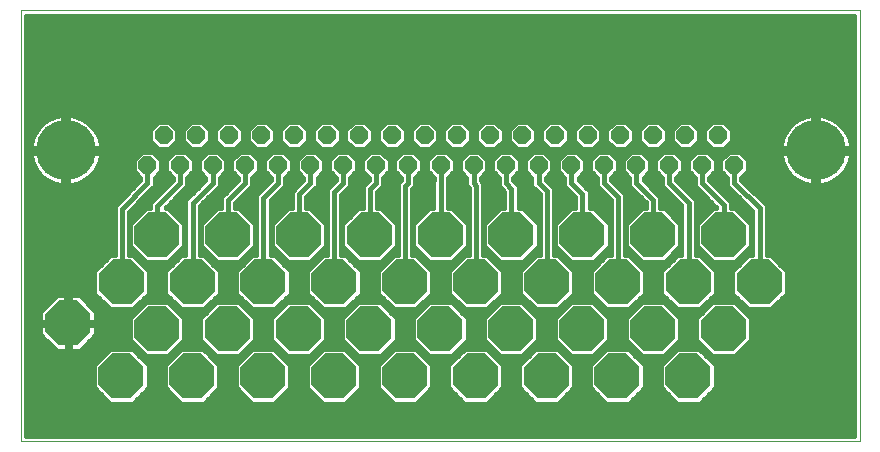
<source format=gtl>
G75*
%MOIN*%
%OFA0B0*%
%FSLAX25Y25*%
%IPPOS*%
%LPD*%
%AMOC8*
5,1,8,0,0,1.08239X$1,22.5*
%
%ADD10C,0.00000*%
%ADD11OC8,0.06000*%
%ADD12C,0.20000*%
%ADD13OC8,0.15000*%
%ADD14C,0.01600*%
D10*
X0154327Y0005193D02*
X0154327Y0148894D01*
X0433855Y0148894D01*
X0433855Y0005193D01*
X0154327Y0005193D01*
D11*
X0196488Y0097161D03*
X0207388Y0097161D03*
X0218188Y0097161D03*
X0229088Y0097161D03*
X0239988Y0097161D03*
X0250788Y0097161D03*
X0261688Y0097161D03*
X0272588Y0097161D03*
X0283388Y0097161D03*
X0294288Y0097161D03*
X0305188Y0097161D03*
X0315988Y0097161D03*
X0326888Y0097161D03*
X0337788Y0097161D03*
X0348688Y0097161D03*
X0359488Y0097161D03*
X0370388Y0097161D03*
X0381288Y0097161D03*
X0392088Y0097161D03*
X0386688Y0107161D03*
X0375788Y0107161D03*
X0364988Y0107161D03*
X0354088Y0107161D03*
X0343188Y0107161D03*
X0332388Y0107161D03*
X0321488Y0107161D03*
X0310588Y0107161D03*
X0299688Y0107161D03*
X0288888Y0107161D03*
X0277988Y0107161D03*
X0267088Y0107161D03*
X0256288Y0107161D03*
X0245388Y0107161D03*
X0234488Y0107161D03*
X0223688Y0107161D03*
X0212788Y0107161D03*
X0201888Y0107161D03*
D12*
X0169288Y0102161D03*
X0419288Y0102161D03*
D13*
X0388698Y0073933D03*
X0365075Y0073933D03*
X0341453Y0073933D03*
X0317831Y0073933D03*
X0294209Y0073933D03*
X0270587Y0073933D03*
X0246965Y0073933D03*
X0223343Y0073933D03*
X0199721Y0073933D03*
X0187910Y0058185D03*
X0211532Y0058185D03*
X0235154Y0058185D03*
X0258776Y0058185D03*
X0282398Y0058185D03*
X0306020Y0058185D03*
X0329642Y0058185D03*
X0353264Y0058185D03*
X0376886Y0058185D03*
X0400509Y0058185D03*
X0388579Y0042594D03*
X0364957Y0042594D03*
X0341335Y0042594D03*
X0317713Y0042594D03*
X0294091Y0042594D03*
X0270469Y0042594D03*
X0246847Y0042594D03*
X0223225Y0042594D03*
X0199603Y0042594D03*
X0170075Y0044563D03*
X0187792Y0026846D03*
X0211414Y0026846D03*
X0235036Y0026846D03*
X0258658Y0026846D03*
X0282280Y0026846D03*
X0305902Y0026846D03*
X0329524Y0026846D03*
X0353146Y0026846D03*
X0376768Y0026846D03*
D14*
X0367681Y0027310D02*
X0362234Y0027310D01*
X0362234Y0028908D02*
X0367681Y0028908D01*
X0367681Y0030507D02*
X0362234Y0030507D01*
X0362234Y0030611D02*
X0356910Y0035934D01*
X0349382Y0035934D01*
X0344059Y0030611D01*
X0344059Y0023082D01*
X0349382Y0017759D01*
X0356910Y0017759D01*
X0362234Y0023082D01*
X0362234Y0030611D01*
X0360739Y0032105D02*
X0369176Y0032105D01*
X0368721Y0033507D02*
X0374045Y0038830D01*
X0374045Y0046359D01*
X0368721Y0051682D01*
X0361193Y0051682D01*
X0355870Y0046359D01*
X0355870Y0038830D01*
X0361193Y0033507D01*
X0368721Y0033507D01*
X0368918Y0033704D02*
X0370774Y0033704D01*
X0370517Y0035302D02*
X0372373Y0035302D01*
X0373004Y0035934D02*
X0367681Y0030611D01*
X0367681Y0023082D01*
X0373004Y0017759D01*
X0380532Y0017759D01*
X0385856Y0023082D01*
X0385856Y0030611D01*
X0380532Y0035934D01*
X0373004Y0035934D01*
X0372115Y0036901D02*
X0381421Y0036901D01*
X0381164Y0035302D02*
X0383020Y0035302D01*
X0382762Y0033704D02*
X0384618Y0033704D01*
X0384815Y0033507D02*
X0392344Y0033507D01*
X0397667Y0038830D01*
X0397667Y0046359D01*
X0392344Y0051682D01*
X0384815Y0051682D01*
X0379492Y0046359D01*
X0379492Y0038830D01*
X0384815Y0033507D01*
X0384361Y0032105D02*
X0432055Y0032105D01*
X0432055Y0030507D02*
X0385856Y0030507D01*
X0385856Y0028908D02*
X0432055Y0028908D01*
X0432055Y0027310D02*
X0385856Y0027310D01*
X0385856Y0025711D02*
X0432055Y0025711D01*
X0432055Y0024113D02*
X0385856Y0024113D01*
X0385288Y0022514D02*
X0432055Y0022514D01*
X0432055Y0020916D02*
X0383689Y0020916D01*
X0382091Y0019317D02*
X0432055Y0019317D01*
X0432055Y0017719D02*
X0156127Y0017719D01*
X0156127Y0019317D02*
X0182470Y0019317D01*
X0184028Y0017759D02*
X0191556Y0017759D01*
X0196879Y0023082D01*
X0196879Y0030611D01*
X0191556Y0035934D01*
X0184028Y0035934D01*
X0178705Y0030611D01*
X0178705Y0023082D01*
X0184028Y0017759D01*
X0180871Y0020916D02*
X0156127Y0020916D01*
X0156127Y0022514D02*
X0179273Y0022514D01*
X0178705Y0024113D02*
X0156127Y0024113D01*
X0156127Y0025711D02*
X0178705Y0025711D01*
X0178705Y0027310D02*
X0156127Y0027310D01*
X0156127Y0028908D02*
X0178705Y0028908D01*
X0178705Y0030507D02*
X0156127Y0030507D01*
X0156127Y0032105D02*
X0180199Y0032105D01*
X0181798Y0033704D02*
X0156127Y0033704D01*
X0156127Y0035302D02*
X0166184Y0035302D01*
X0166223Y0035263D02*
X0169575Y0035263D01*
X0169575Y0044063D01*
X0160775Y0044063D01*
X0160775Y0040711D01*
X0166223Y0035263D01*
X0164585Y0036901D02*
X0156127Y0036901D01*
X0156127Y0038499D02*
X0162987Y0038499D01*
X0161388Y0040098D02*
X0156127Y0040098D01*
X0156127Y0041696D02*
X0160775Y0041696D01*
X0160775Y0043295D02*
X0156127Y0043295D01*
X0156127Y0044893D02*
X0169575Y0044893D01*
X0169575Y0045063D02*
X0169575Y0044063D01*
X0170575Y0044063D01*
X0170575Y0035263D01*
X0173928Y0035263D01*
X0179375Y0040711D01*
X0179375Y0044063D01*
X0170576Y0044063D01*
X0170576Y0045063D01*
X0179375Y0045063D01*
X0179375Y0048415D01*
X0173928Y0053863D01*
X0170575Y0053863D01*
X0170575Y0045063D01*
X0169575Y0045063D01*
X0160775Y0045063D01*
X0160775Y0048415D01*
X0166223Y0053863D01*
X0169575Y0053863D01*
X0169575Y0045063D01*
X0169288Y0045350D02*
X0170075Y0044563D01*
X0170576Y0044893D02*
X0190516Y0044893D01*
X0190516Y0046359D02*
X0190516Y0038830D01*
X0195839Y0033507D01*
X0203367Y0033507D01*
X0208690Y0038830D01*
X0208690Y0046359D01*
X0203367Y0051682D01*
X0195839Y0051682D01*
X0190516Y0046359D01*
X0190649Y0046492D02*
X0179375Y0046492D01*
X0179375Y0048090D02*
X0192247Y0048090D01*
X0191674Y0049098D02*
X0196997Y0054421D01*
X0196997Y0061949D01*
X0191674Y0067272D01*
X0190297Y0067272D01*
X0190297Y0081689D01*
X0197477Y0088869D01*
X0198875Y0090267D01*
X0198875Y0093061D01*
X0201075Y0095261D01*
X0201075Y0099062D01*
X0198388Y0101749D01*
X0194588Y0101749D01*
X0191901Y0099062D01*
X0191901Y0095261D01*
X0194101Y0093061D01*
X0194101Y0092245D01*
X0185523Y0083667D01*
X0185523Y0067272D01*
X0184146Y0067272D01*
X0178823Y0061949D01*
X0178823Y0054421D01*
X0184146Y0049098D01*
X0191674Y0049098D01*
X0192266Y0049689D02*
X0193846Y0049689D01*
X0193864Y0051287D02*
X0195445Y0051287D01*
X0195463Y0052886D02*
X0203980Y0052886D01*
X0203762Y0051287D02*
X0205578Y0051287D01*
X0205360Y0049689D02*
X0207177Y0049689D01*
X0207768Y0049098D02*
X0215296Y0049098D01*
X0220620Y0054421D01*
X0220620Y0061949D01*
X0215296Y0067272D01*
X0213920Y0067272D01*
X0213920Y0083611D01*
X0219177Y0088869D01*
X0220575Y0090267D01*
X0220575Y0093061D01*
X0222775Y0095261D01*
X0222775Y0099062D01*
X0220088Y0101749D01*
X0216288Y0101749D01*
X0213601Y0099062D01*
X0213601Y0095261D01*
X0215801Y0093061D01*
X0215801Y0092245D01*
X0209145Y0085589D01*
X0209145Y0067272D01*
X0207768Y0067272D01*
X0202445Y0061949D01*
X0202445Y0054421D01*
X0207768Y0049098D01*
X0206959Y0048090D02*
X0215870Y0048090D01*
X0215888Y0049689D02*
X0217468Y0049689D01*
X0217486Y0051287D02*
X0219067Y0051287D01*
X0219461Y0051682D02*
X0214138Y0046359D01*
X0214138Y0038830D01*
X0219461Y0033507D01*
X0226989Y0033507D01*
X0232312Y0038830D01*
X0232312Y0046359D01*
X0226989Y0051682D01*
X0219461Y0051682D01*
X0219085Y0052886D02*
X0227602Y0052886D01*
X0227384Y0051287D02*
X0229200Y0051287D01*
X0228982Y0049689D02*
X0230799Y0049689D01*
X0231390Y0049098D02*
X0238918Y0049098D01*
X0244242Y0054421D01*
X0244242Y0061949D01*
X0238918Y0067272D01*
X0237542Y0067272D01*
X0237542Y0085433D01*
X0240977Y0088869D01*
X0242375Y0090267D01*
X0242375Y0093061D01*
X0244575Y0095261D01*
X0244575Y0099062D01*
X0241888Y0101749D01*
X0238088Y0101749D01*
X0235401Y0099062D01*
X0235401Y0095261D01*
X0237601Y0093061D01*
X0237601Y0092245D01*
X0232767Y0087411D01*
X0232767Y0067272D01*
X0231390Y0067272D01*
X0226067Y0061949D01*
X0226067Y0054421D01*
X0231390Y0049098D01*
X0230581Y0048090D02*
X0239492Y0048090D01*
X0239510Y0049689D02*
X0241090Y0049689D01*
X0241108Y0051287D02*
X0242689Y0051287D01*
X0243083Y0051682D02*
X0237760Y0046359D01*
X0237760Y0038830D01*
X0243083Y0033507D01*
X0250611Y0033507D01*
X0255934Y0038830D01*
X0255934Y0046359D01*
X0250611Y0051682D01*
X0243083Y0051682D01*
X0242707Y0052886D02*
X0251224Y0052886D01*
X0251006Y0051287D02*
X0252822Y0051287D01*
X0252604Y0049689D02*
X0254421Y0049689D01*
X0255012Y0049098D02*
X0262540Y0049098D01*
X0267864Y0054421D01*
X0267864Y0061949D01*
X0262540Y0067272D01*
X0261164Y0067272D01*
X0261164Y0087355D01*
X0262677Y0088869D01*
X0264075Y0090267D01*
X0264075Y0093061D01*
X0266275Y0095261D01*
X0266275Y0099062D01*
X0263588Y0101749D01*
X0259788Y0101749D01*
X0257101Y0099062D01*
X0257101Y0095261D01*
X0259301Y0093061D01*
X0259301Y0092245D01*
X0256389Y0089333D01*
X0256389Y0067272D01*
X0255012Y0067272D01*
X0249689Y0061949D01*
X0249689Y0054421D01*
X0255012Y0049098D01*
X0254203Y0048090D02*
X0263114Y0048090D01*
X0263132Y0049689D02*
X0264712Y0049689D01*
X0264730Y0051287D02*
X0266311Y0051287D01*
X0266705Y0051682D02*
X0261382Y0046359D01*
X0261382Y0038830D01*
X0266705Y0033507D01*
X0274233Y0033507D01*
X0279557Y0038830D01*
X0279557Y0046359D01*
X0274233Y0051682D01*
X0266705Y0051682D01*
X0266329Y0052886D02*
X0274846Y0052886D01*
X0274628Y0051287D02*
X0276444Y0051287D01*
X0276226Y0049689D02*
X0278043Y0049689D01*
X0278634Y0049098D02*
X0286162Y0049098D01*
X0291486Y0054421D01*
X0291486Y0061949D01*
X0286162Y0067272D01*
X0284786Y0067272D01*
X0284786Y0089277D01*
X0285775Y0090267D01*
X0285775Y0093061D01*
X0287975Y0095261D01*
X0287975Y0099062D01*
X0285288Y0101749D01*
X0281488Y0101749D01*
X0278801Y0099062D01*
X0278801Y0095261D01*
X0281001Y0093061D01*
X0281001Y0092245D01*
X0280011Y0091255D01*
X0280011Y0067272D01*
X0278634Y0067272D01*
X0273311Y0061949D01*
X0273311Y0054421D01*
X0278634Y0049098D01*
X0277825Y0048090D02*
X0286736Y0048090D01*
X0286754Y0049689D02*
X0288334Y0049689D01*
X0288352Y0051287D02*
X0289933Y0051287D01*
X0290327Y0051682D02*
X0285004Y0046359D01*
X0285004Y0038830D01*
X0290327Y0033507D01*
X0297855Y0033507D01*
X0303179Y0038830D01*
X0303179Y0046359D01*
X0297855Y0051682D01*
X0290327Y0051682D01*
X0289951Y0052886D02*
X0298468Y0052886D01*
X0298250Y0051287D02*
X0300066Y0051287D01*
X0299848Y0049689D02*
X0301665Y0049689D01*
X0302256Y0049098D02*
X0309784Y0049098D01*
X0315108Y0054421D01*
X0315108Y0061949D01*
X0309784Y0067272D01*
X0308408Y0067272D01*
X0308408Y0091413D01*
X0307575Y0092245D01*
X0307575Y0093061D01*
X0309775Y0095261D01*
X0309775Y0099062D01*
X0307088Y0101749D01*
X0303288Y0101749D01*
X0300601Y0099062D01*
X0300601Y0095261D01*
X0302801Y0093061D01*
X0302801Y0090267D01*
X0303633Y0089435D01*
X0303633Y0067272D01*
X0302256Y0067272D01*
X0296933Y0061949D01*
X0296933Y0054421D01*
X0302256Y0049098D01*
X0301447Y0048090D02*
X0310358Y0048090D01*
X0310376Y0049689D02*
X0311956Y0049689D01*
X0311974Y0051287D02*
X0313555Y0051287D01*
X0313949Y0051682D02*
X0308626Y0046359D01*
X0308626Y0038830D01*
X0313949Y0033507D01*
X0321477Y0033507D01*
X0326801Y0038830D01*
X0326801Y0046359D01*
X0321477Y0051682D01*
X0313949Y0051682D01*
X0313573Y0052886D02*
X0322090Y0052886D01*
X0321872Y0051287D02*
X0323688Y0051287D01*
X0323470Y0049689D02*
X0325287Y0049689D01*
X0325878Y0049098D02*
X0333406Y0049098D01*
X0338730Y0054421D01*
X0338730Y0061949D01*
X0333406Y0067272D01*
X0332030Y0067272D01*
X0332030Y0089490D01*
X0329275Y0092245D01*
X0329275Y0093061D01*
X0331475Y0095261D01*
X0331475Y0099062D01*
X0328788Y0101749D01*
X0324988Y0101749D01*
X0322301Y0099062D01*
X0322301Y0095261D01*
X0324501Y0093061D01*
X0324501Y0090267D01*
X0325899Y0088869D01*
X0327255Y0087513D01*
X0327255Y0067272D01*
X0325878Y0067272D01*
X0320555Y0061949D01*
X0320555Y0054421D01*
X0325878Y0049098D01*
X0325069Y0048090D02*
X0333980Y0048090D01*
X0333998Y0049689D02*
X0335578Y0049689D01*
X0335596Y0051287D02*
X0337177Y0051287D01*
X0337571Y0051682D02*
X0332248Y0046359D01*
X0332248Y0038830D01*
X0337571Y0033507D01*
X0345099Y0033507D01*
X0350423Y0038830D01*
X0350423Y0046359D01*
X0345099Y0051682D01*
X0337571Y0051682D01*
X0337195Y0052886D02*
X0345712Y0052886D01*
X0345494Y0051287D02*
X0347310Y0051287D01*
X0347092Y0049689D02*
X0348909Y0049689D01*
X0349500Y0049098D02*
X0357029Y0049098D01*
X0362352Y0054421D01*
X0362352Y0061949D01*
X0357029Y0067272D01*
X0355652Y0067272D01*
X0355652Y0087668D01*
X0351075Y0092245D01*
X0351075Y0093061D01*
X0353275Y0095261D01*
X0353275Y0099062D01*
X0350588Y0101749D01*
X0346788Y0101749D01*
X0344101Y0099062D01*
X0344101Y0095261D01*
X0346301Y0093061D01*
X0346301Y0090267D01*
X0347699Y0088869D01*
X0350877Y0085691D01*
X0350877Y0067272D01*
X0349500Y0067272D01*
X0344177Y0061949D01*
X0344177Y0054421D01*
X0349500Y0049098D01*
X0348691Y0048090D02*
X0357602Y0048090D01*
X0357620Y0049689D02*
X0359200Y0049689D01*
X0359218Y0051287D02*
X0360799Y0051287D01*
X0360817Y0052886D02*
X0369334Y0052886D01*
X0369116Y0051287D02*
X0370932Y0051287D01*
X0370714Y0049689D02*
X0372531Y0049689D01*
X0373122Y0049098D02*
X0380651Y0049098D01*
X0385974Y0054421D01*
X0385974Y0061949D01*
X0380651Y0067272D01*
X0379274Y0067272D01*
X0379274Y0085746D01*
X0372775Y0092245D01*
X0372775Y0093061D01*
X0374975Y0095261D01*
X0374975Y0099062D01*
X0372288Y0101749D01*
X0368488Y0101749D01*
X0365801Y0099062D01*
X0365801Y0095261D01*
X0368001Y0093061D01*
X0368001Y0090267D01*
X0369399Y0088869D01*
X0374499Y0083769D01*
X0374499Y0067272D01*
X0373122Y0067272D01*
X0367799Y0061949D01*
X0367799Y0054421D01*
X0373122Y0049098D01*
X0372313Y0048090D02*
X0381224Y0048090D01*
X0381242Y0049689D02*
X0382822Y0049689D01*
X0382840Y0051287D02*
X0384421Y0051287D01*
X0384439Y0052886D02*
X0392956Y0052886D01*
X0392738Y0051287D02*
X0394555Y0051287D01*
X0394336Y0049689D02*
X0396153Y0049689D01*
X0396744Y0049098D02*
X0404273Y0049098D01*
X0409596Y0054421D01*
X0409596Y0061949D01*
X0404273Y0067272D01*
X0402896Y0067272D01*
X0402896Y0083824D01*
X0394475Y0092245D01*
X0394475Y0093061D01*
X0396675Y0095261D01*
X0396675Y0099062D01*
X0393988Y0101749D01*
X0390188Y0101749D01*
X0387501Y0099062D01*
X0387501Y0095261D01*
X0389701Y0093061D01*
X0389701Y0090267D01*
X0391099Y0088869D01*
X0398121Y0081847D01*
X0398121Y0067272D01*
X0396744Y0067272D01*
X0391421Y0061949D01*
X0391421Y0054421D01*
X0396744Y0049098D01*
X0395935Y0048090D02*
X0432055Y0048090D01*
X0432055Y0046492D02*
X0397533Y0046492D01*
X0397667Y0044893D02*
X0432055Y0044893D01*
X0432055Y0043295D02*
X0397667Y0043295D01*
X0397667Y0041696D02*
X0432055Y0041696D01*
X0432055Y0040098D02*
X0397667Y0040098D01*
X0397336Y0038499D02*
X0432055Y0038499D01*
X0432055Y0036901D02*
X0395737Y0036901D01*
X0394139Y0035302D02*
X0432055Y0035302D01*
X0432055Y0033704D02*
X0392540Y0033704D01*
X0379823Y0038499D02*
X0373714Y0038499D01*
X0374045Y0040098D02*
X0379492Y0040098D01*
X0379492Y0041696D02*
X0374045Y0041696D01*
X0374045Y0043295D02*
X0379492Y0043295D01*
X0379492Y0044893D02*
X0374045Y0044893D01*
X0373911Y0046492D02*
X0379625Y0046492D01*
X0385974Y0054485D02*
X0391421Y0054485D01*
X0391421Y0056083D02*
X0385974Y0056083D01*
X0385974Y0057682D02*
X0391421Y0057682D01*
X0391421Y0059280D02*
X0385974Y0059280D01*
X0385974Y0060879D02*
X0391421Y0060879D01*
X0391949Y0062477D02*
X0385446Y0062477D01*
X0383847Y0064076D02*
X0393548Y0064076D01*
X0392462Y0064846D02*
X0397785Y0070169D01*
X0397785Y0077697D01*
X0392462Y0083020D01*
X0391085Y0083020D01*
X0391085Y0084835D01*
X0389686Y0086234D01*
X0383675Y0092245D01*
X0383675Y0093061D01*
X0385875Y0095261D01*
X0385875Y0099062D01*
X0383188Y0101749D01*
X0379388Y0101749D01*
X0376701Y0099062D01*
X0376701Y0095261D01*
X0378901Y0093061D01*
X0378901Y0090267D01*
X0380299Y0088869D01*
X0380299Y0088869D01*
X0386147Y0083020D01*
X0384933Y0083020D01*
X0379610Y0077697D01*
X0379610Y0070169D01*
X0384933Y0064846D01*
X0392462Y0064846D01*
X0393290Y0065674D02*
X0395146Y0065674D01*
X0394889Y0067273D02*
X0398121Y0067273D01*
X0398121Y0068871D02*
X0396487Y0068871D01*
X0397785Y0070470D02*
X0398121Y0070470D01*
X0398121Y0072068D02*
X0397785Y0072068D01*
X0397785Y0073667D02*
X0398121Y0073667D01*
X0398121Y0075265D02*
X0397785Y0075265D01*
X0397785Y0076864D02*
X0398121Y0076864D01*
X0398121Y0078462D02*
X0397020Y0078462D01*
X0398121Y0080061D02*
X0395421Y0080061D01*
X0393823Y0081659D02*
X0398121Y0081659D01*
X0396710Y0083258D02*
X0391085Y0083258D01*
X0391064Y0084856D02*
X0395111Y0084856D01*
X0393513Y0086455D02*
X0389465Y0086455D01*
X0389686Y0086234D02*
X0389686Y0086234D01*
X0387867Y0088053D02*
X0391914Y0088053D01*
X0390316Y0089652D02*
X0386268Y0089652D01*
X0384670Y0091250D02*
X0389701Y0091250D01*
X0389701Y0092849D02*
X0383675Y0092849D01*
X0385061Y0094447D02*
X0388315Y0094447D01*
X0387501Y0096046D02*
X0385875Y0096046D01*
X0385875Y0097644D02*
X0387501Y0097644D01*
X0387682Y0099243D02*
X0385694Y0099243D01*
X0384096Y0100841D02*
X0389280Y0100841D01*
X0388588Y0102574D02*
X0384788Y0102574D01*
X0382101Y0105261D01*
X0382101Y0109062D01*
X0384788Y0111749D01*
X0388588Y0111749D01*
X0391275Y0109062D01*
X0391275Y0105261D01*
X0388588Y0102574D01*
X0390053Y0104038D02*
X0407625Y0104038D01*
X0407636Y0104141D02*
X0407504Y0102961D01*
X0418488Y0102961D01*
X0418488Y0101361D01*
X0420088Y0101361D01*
X0420088Y0090377D01*
X0421268Y0090510D01*
X0422560Y0090805D01*
X0423811Y0091242D01*
X0425005Y0091818D01*
X0426127Y0092523D01*
X0427163Y0093349D01*
X0428100Y0094286D01*
X0428927Y0095322D01*
X0429632Y0096445D01*
X0430207Y0097639D01*
X0430645Y0098890D01*
X0430940Y0100182D01*
X0431073Y0101361D01*
X0420088Y0101361D01*
X0420088Y0102961D01*
X0431073Y0102961D01*
X0430940Y0104141D01*
X0430645Y0105433D01*
X0430207Y0106684D01*
X0429632Y0107878D01*
X0428927Y0109000D01*
X0428100Y0110037D01*
X0427163Y0110974D01*
X0426127Y0111800D01*
X0425005Y0112505D01*
X0423811Y0113080D01*
X0422560Y0113518D01*
X0421268Y0113813D01*
X0420088Y0113946D01*
X0420088Y0102961D01*
X0418488Y0102961D01*
X0418488Y0113946D01*
X0417308Y0113813D01*
X0416016Y0113518D01*
X0414765Y0113080D01*
X0413571Y0112505D01*
X0412449Y0111800D01*
X0411413Y0110974D01*
X0410476Y0110037D01*
X0409649Y0109000D01*
X0408944Y0107878D01*
X0408369Y0106684D01*
X0407931Y0105433D01*
X0407636Y0104141D01*
X0408003Y0105637D02*
X0391275Y0105637D01*
X0391275Y0107235D02*
X0408635Y0107235D01*
X0409545Y0108834D02*
X0391275Y0108834D01*
X0389905Y0110432D02*
X0410871Y0110432D01*
X0412816Y0112031D02*
X0175760Y0112031D01*
X0176127Y0111800D02*
X0175005Y0112505D01*
X0173811Y0113080D01*
X0172560Y0113518D01*
X0171268Y0113813D01*
X0170088Y0113946D01*
X0170088Y0102961D01*
X0181073Y0102961D01*
X0180940Y0104141D01*
X0180645Y0105433D01*
X0180207Y0106684D01*
X0179632Y0107878D01*
X0178927Y0109000D01*
X0178100Y0110037D01*
X0177163Y0110974D01*
X0176127Y0111800D01*
X0177705Y0110432D02*
X0198672Y0110432D01*
X0199988Y0111749D02*
X0197301Y0109062D01*
X0197301Y0105261D01*
X0199988Y0102574D01*
X0203788Y0102574D01*
X0206475Y0105261D01*
X0206475Y0109062D01*
X0203788Y0111749D01*
X0199988Y0111749D01*
X0197301Y0108834D02*
X0179031Y0108834D01*
X0179942Y0107235D02*
X0197301Y0107235D01*
X0197301Y0105637D02*
X0180573Y0105637D01*
X0180951Y0104038D02*
X0198524Y0104038D01*
X0199296Y0100841D02*
X0204580Y0100841D01*
X0205488Y0101749D02*
X0202801Y0099062D01*
X0202801Y0095261D01*
X0205001Y0093061D01*
X0205001Y0092245D01*
X0197334Y0084578D01*
X0197334Y0083020D01*
X0195957Y0083020D01*
X0190634Y0077697D01*
X0190634Y0070169D01*
X0195957Y0064846D01*
X0203485Y0064846D01*
X0208809Y0070169D01*
X0208809Y0077697D01*
X0203485Y0083020D01*
X0202529Y0083020D01*
X0208377Y0088869D01*
X0209775Y0090267D01*
X0209775Y0093061D01*
X0211975Y0095261D01*
X0211975Y0099062D01*
X0209288Y0101749D01*
X0205488Y0101749D01*
X0205253Y0104038D02*
X0209424Y0104038D01*
X0208201Y0105261D02*
X0210888Y0102574D01*
X0214688Y0102574D01*
X0217375Y0105261D01*
X0217375Y0109062D01*
X0214688Y0111749D01*
X0210888Y0111749D01*
X0208201Y0109062D01*
X0208201Y0105261D01*
X0208201Y0105637D02*
X0206475Y0105637D01*
X0206475Y0107235D02*
X0208201Y0107235D01*
X0208201Y0108834D02*
X0206475Y0108834D01*
X0205105Y0110432D02*
X0209572Y0110432D01*
X0216005Y0110432D02*
X0220472Y0110432D01*
X0221788Y0111749D02*
X0219101Y0109062D01*
X0219101Y0105261D01*
X0221788Y0102574D01*
X0225588Y0102574D01*
X0228275Y0105261D01*
X0228275Y0109062D01*
X0225588Y0111749D01*
X0221788Y0111749D01*
X0219101Y0108834D02*
X0217375Y0108834D01*
X0217375Y0107235D02*
X0219101Y0107235D01*
X0219101Y0105637D02*
X0217375Y0105637D01*
X0216153Y0104038D02*
X0220324Y0104038D01*
X0220996Y0100841D02*
X0226280Y0100841D01*
X0227188Y0101749D02*
X0224501Y0099062D01*
X0224501Y0095261D01*
X0226701Y0093061D01*
X0226701Y0092245D01*
X0220956Y0086500D01*
X0220956Y0083020D01*
X0219579Y0083020D01*
X0214256Y0077697D01*
X0214256Y0070169D01*
X0219579Y0064846D01*
X0227107Y0064846D01*
X0232431Y0070169D01*
X0232431Y0077697D01*
X0227107Y0083020D01*
X0225731Y0083020D01*
X0225731Y0084522D01*
X0230077Y0088869D01*
X0231475Y0090267D01*
X0231475Y0093061D01*
X0233675Y0095261D01*
X0233675Y0099062D01*
X0230988Y0101749D01*
X0227188Y0101749D01*
X0227053Y0104038D02*
X0231124Y0104038D01*
X0229901Y0105261D02*
X0232588Y0102574D01*
X0236388Y0102574D01*
X0239075Y0105261D01*
X0239075Y0109062D01*
X0236388Y0111749D01*
X0232588Y0111749D01*
X0229901Y0109062D01*
X0229901Y0105261D01*
X0229901Y0105637D02*
X0228275Y0105637D01*
X0228275Y0107235D02*
X0229901Y0107235D01*
X0229901Y0108834D02*
X0228275Y0108834D01*
X0226905Y0110432D02*
X0231272Y0110432D01*
X0237705Y0110432D02*
X0242172Y0110432D01*
X0243488Y0111749D02*
X0240801Y0109062D01*
X0240801Y0105261D01*
X0243488Y0102574D01*
X0247288Y0102574D01*
X0249975Y0105261D01*
X0249975Y0109062D01*
X0247288Y0111749D01*
X0243488Y0111749D01*
X0240801Y0108834D02*
X0239075Y0108834D01*
X0239075Y0107235D02*
X0240801Y0107235D01*
X0240801Y0105637D02*
X0239075Y0105637D01*
X0237853Y0104038D02*
X0242024Y0104038D01*
X0242796Y0100841D02*
X0247980Y0100841D01*
X0248888Y0101749D02*
X0246201Y0099062D01*
X0246201Y0095261D01*
X0248401Y0093061D01*
X0248401Y0092245D01*
X0245976Y0089820D01*
X0244578Y0088422D01*
X0244578Y0083020D01*
X0243201Y0083020D01*
X0237878Y0077697D01*
X0237878Y0070169D01*
X0243201Y0064846D01*
X0250729Y0064846D01*
X0256053Y0070169D01*
X0256053Y0077697D01*
X0250729Y0083020D01*
X0249353Y0083020D01*
X0249353Y0086444D01*
X0251777Y0088869D01*
X0253175Y0090267D01*
X0253175Y0093061D01*
X0255375Y0095261D01*
X0255375Y0099062D01*
X0252688Y0101749D01*
X0248888Y0101749D01*
X0248753Y0104038D02*
X0252924Y0104038D01*
X0251701Y0105261D02*
X0254388Y0102574D01*
X0258188Y0102574D01*
X0260875Y0105261D01*
X0260875Y0109062D01*
X0258188Y0111749D01*
X0254388Y0111749D01*
X0251701Y0109062D01*
X0251701Y0105261D01*
X0251701Y0105637D02*
X0249975Y0105637D01*
X0249975Y0107235D02*
X0251701Y0107235D01*
X0251701Y0108834D02*
X0249975Y0108834D01*
X0248605Y0110432D02*
X0253072Y0110432D01*
X0259505Y0110432D02*
X0263872Y0110432D01*
X0265188Y0111749D02*
X0262501Y0109062D01*
X0262501Y0105261D01*
X0265188Y0102574D01*
X0268988Y0102574D01*
X0271675Y0105261D01*
X0271675Y0109062D01*
X0268988Y0111749D01*
X0265188Y0111749D01*
X0262501Y0108834D02*
X0260875Y0108834D01*
X0260875Y0107235D02*
X0262501Y0107235D01*
X0262501Y0105637D02*
X0260875Y0105637D01*
X0259653Y0104038D02*
X0263724Y0104038D01*
X0264496Y0100841D02*
X0269780Y0100841D01*
X0270688Y0101749D02*
X0268001Y0099062D01*
X0268001Y0095261D01*
X0270201Y0093061D01*
X0270201Y0092245D01*
X0268200Y0090244D01*
X0268200Y0083020D01*
X0266823Y0083020D01*
X0261500Y0077697D01*
X0261500Y0070169D01*
X0266823Y0064846D01*
X0274351Y0064846D01*
X0279675Y0070169D01*
X0279675Y0077697D01*
X0274351Y0083020D01*
X0272975Y0083020D01*
X0272975Y0088266D01*
X0273577Y0088869D01*
X0274975Y0090267D01*
X0274975Y0093061D01*
X0277175Y0095261D01*
X0277175Y0099062D01*
X0274488Y0101749D01*
X0270688Y0101749D01*
X0270453Y0104038D02*
X0274624Y0104038D01*
X0273401Y0105261D02*
X0276088Y0102574D01*
X0279888Y0102574D01*
X0282575Y0105261D01*
X0282575Y0109062D01*
X0279888Y0111749D01*
X0276088Y0111749D01*
X0273401Y0109062D01*
X0273401Y0105261D01*
X0273401Y0105637D02*
X0271675Y0105637D01*
X0271675Y0107235D02*
X0273401Y0107235D01*
X0273401Y0108834D02*
X0271675Y0108834D01*
X0270305Y0110432D02*
X0274772Y0110432D01*
X0281205Y0110432D02*
X0285672Y0110432D01*
X0286988Y0111749D02*
X0284301Y0109062D01*
X0284301Y0105261D01*
X0286988Y0102574D01*
X0290788Y0102574D01*
X0293475Y0105261D01*
X0293475Y0109062D01*
X0290788Y0111749D01*
X0286988Y0111749D01*
X0284301Y0108834D02*
X0282575Y0108834D01*
X0282575Y0107235D02*
X0284301Y0107235D01*
X0284301Y0105637D02*
X0282575Y0105637D01*
X0281353Y0104038D02*
X0285524Y0104038D01*
X0286196Y0100841D02*
X0291480Y0100841D01*
X0292388Y0101749D02*
X0289701Y0099062D01*
X0289701Y0095261D01*
X0291901Y0093061D01*
X0291901Y0092245D01*
X0291822Y0092166D01*
X0291822Y0083020D01*
X0290445Y0083020D01*
X0285122Y0077697D01*
X0285122Y0070169D01*
X0290445Y0064846D01*
X0297973Y0064846D01*
X0303297Y0070169D01*
X0303297Y0077697D01*
X0297973Y0083020D01*
X0296597Y0083020D01*
X0296597Y0090188D01*
X0296675Y0090267D01*
X0296675Y0093061D01*
X0298875Y0095261D01*
X0298875Y0099062D01*
X0296188Y0101749D01*
X0292388Y0101749D01*
X0292253Y0104038D02*
X0296324Y0104038D01*
X0295101Y0105261D02*
X0297788Y0102574D01*
X0301588Y0102574D01*
X0304275Y0105261D01*
X0304275Y0109062D01*
X0301588Y0111749D01*
X0297788Y0111749D01*
X0295101Y0109062D01*
X0295101Y0105261D01*
X0295101Y0105637D02*
X0293475Y0105637D01*
X0293475Y0107235D02*
X0295101Y0107235D01*
X0295101Y0108834D02*
X0293475Y0108834D01*
X0292105Y0110432D02*
X0296472Y0110432D01*
X0302905Y0110432D02*
X0307372Y0110432D01*
X0308688Y0111749D02*
X0306001Y0109062D01*
X0306001Y0105261D01*
X0308688Y0102574D01*
X0312488Y0102574D01*
X0315175Y0105261D01*
X0315175Y0109062D01*
X0312488Y0111749D01*
X0308688Y0111749D01*
X0306001Y0108834D02*
X0304275Y0108834D01*
X0304275Y0107235D02*
X0306001Y0107235D01*
X0306001Y0105637D02*
X0304275Y0105637D01*
X0303053Y0104038D02*
X0307224Y0104038D01*
X0307996Y0100841D02*
X0313180Y0100841D01*
X0314088Y0101749D02*
X0311401Y0099062D01*
X0311401Y0095261D01*
X0313601Y0093061D01*
X0313601Y0090267D01*
X0314999Y0088869D01*
X0315444Y0088424D01*
X0315444Y0083020D01*
X0314067Y0083020D01*
X0308744Y0077697D01*
X0308744Y0070169D01*
X0314067Y0064846D01*
X0321595Y0064846D01*
X0326919Y0070169D01*
X0326919Y0077697D01*
X0321595Y0083020D01*
X0320219Y0083020D01*
X0320219Y0090401D01*
X0318375Y0092245D01*
X0318375Y0093061D01*
X0320575Y0095261D01*
X0320575Y0099062D01*
X0317888Y0101749D01*
X0314088Y0101749D01*
X0313953Y0104038D02*
X0318124Y0104038D01*
X0316901Y0105261D02*
X0319588Y0102574D01*
X0323388Y0102574D01*
X0326075Y0105261D01*
X0326075Y0109062D01*
X0323388Y0111749D01*
X0319588Y0111749D01*
X0316901Y0109062D01*
X0316901Y0105261D01*
X0316901Y0105637D02*
X0315175Y0105637D01*
X0315175Y0107235D02*
X0316901Y0107235D01*
X0316901Y0108834D02*
X0315175Y0108834D01*
X0313805Y0110432D02*
X0318272Y0110432D01*
X0324705Y0110432D02*
X0329172Y0110432D01*
X0330488Y0111749D02*
X0327801Y0109062D01*
X0327801Y0105261D01*
X0330488Y0102574D01*
X0334288Y0102574D01*
X0336975Y0105261D01*
X0336975Y0109062D01*
X0334288Y0111749D01*
X0330488Y0111749D01*
X0327801Y0108834D02*
X0326075Y0108834D01*
X0326075Y0107235D02*
X0327801Y0107235D01*
X0327801Y0105637D02*
X0326075Y0105637D01*
X0324853Y0104038D02*
X0329024Y0104038D01*
X0329696Y0100841D02*
X0334980Y0100841D01*
X0335888Y0101749D02*
X0333201Y0099062D01*
X0333201Y0095261D01*
X0335401Y0093061D01*
X0335401Y0090267D01*
X0336799Y0088869D01*
X0339066Y0086602D01*
X0339066Y0083020D01*
X0337689Y0083020D01*
X0332366Y0077697D01*
X0332366Y0070169D01*
X0337689Y0064846D01*
X0345218Y0064846D01*
X0350541Y0070169D01*
X0350541Y0077697D01*
X0345218Y0083020D01*
X0343841Y0083020D01*
X0343841Y0088579D01*
X0340175Y0092245D01*
X0340175Y0093061D01*
X0342375Y0095261D01*
X0342375Y0099062D01*
X0339688Y0101749D01*
X0335888Y0101749D01*
X0335753Y0104038D02*
X0339824Y0104038D01*
X0338601Y0105261D02*
X0341288Y0102574D01*
X0345088Y0102574D01*
X0347775Y0105261D01*
X0347775Y0109062D01*
X0345088Y0111749D01*
X0341288Y0111749D01*
X0338601Y0109062D01*
X0338601Y0105261D01*
X0338601Y0105637D02*
X0336975Y0105637D01*
X0336975Y0107235D02*
X0338601Y0107235D01*
X0338601Y0108834D02*
X0336975Y0108834D01*
X0335605Y0110432D02*
X0339972Y0110432D01*
X0346405Y0110432D02*
X0350872Y0110432D01*
X0352188Y0111749D02*
X0349501Y0109062D01*
X0349501Y0105261D01*
X0352188Y0102574D01*
X0355988Y0102574D01*
X0358675Y0105261D01*
X0358675Y0109062D01*
X0355988Y0111749D01*
X0352188Y0111749D01*
X0349501Y0108834D02*
X0347775Y0108834D01*
X0347775Y0107235D02*
X0349501Y0107235D01*
X0349501Y0105637D02*
X0347775Y0105637D01*
X0346553Y0104038D02*
X0350724Y0104038D01*
X0351496Y0100841D02*
X0356680Y0100841D01*
X0357588Y0101749D02*
X0354901Y0099062D01*
X0354901Y0095261D01*
X0357101Y0093061D01*
X0357101Y0090267D01*
X0358499Y0088869D01*
X0362688Y0084680D01*
X0362688Y0083020D01*
X0361311Y0083020D01*
X0355988Y0077697D01*
X0355988Y0070169D01*
X0361311Y0064846D01*
X0368840Y0064846D01*
X0374163Y0070169D01*
X0374163Y0077697D01*
X0368840Y0083020D01*
X0367463Y0083020D01*
X0367463Y0086657D01*
X0361875Y0092245D01*
X0361875Y0093061D01*
X0364075Y0095261D01*
X0364075Y0099062D01*
X0361388Y0101749D01*
X0357588Y0101749D01*
X0357453Y0104038D02*
X0361624Y0104038D01*
X0360401Y0105261D02*
X0363088Y0102574D01*
X0366888Y0102574D01*
X0369575Y0105261D01*
X0369575Y0109062D01*
X0366888Y0111749D01*
X0363088Y0111749D01*
X0360401Y0109062D01*
X0360401Y0105261D01*
X0360401Y0105637D02*
X0358675Y0105637D01*
X0358675Y0107235D02*
X0360401Y0107235D01*
X0360401Y0108834D02*
X0358675Y0108834D01*
X0357305Y0110432D02*
X0361772Y0110432D01*
X0368205Y0110432D02*
X0372572Y0110432D01*
X0373888Y0111749D02*
X0371201Y0109062D01*
X0371201Y0105261D01*
X0373888Y0102574D01*
X0377688Y0102574D01*
X0380375Y0105261D01*
X0380375Y0109062D01*
X0377688Y0111749D01*
X0373888Y0111749D01*
X0371201Y0108834D02*
X0369575Y0108834D01*
X0369575Y0107235D02*
X0371201Y0107235D01*
X0371201Y0105637D02*
X0369575Y0105637D01*
X0368353Y0104038D02*
X0372424Y0104038D01*
X0373196Y0100841D02*
X0378480Y0100841D01*
X0376882Y0099243D02*
X0374794Y0099243D01*
X0374975Y0097644D02*
X0376701Y0097644D01*
X0376701Y0096046D02*
X0374975Y0096046D01*
X0374161Y0094447D02*
X0377515Y0094447D01*
X0378901Y0092849D02*
X0372775Y0092849D01*
X0373770Y0091250D02*
X0378901Y0091250D01*
X0379516Y0089652D02*
X0375368Y0089652D01*
X0376967Y0088053D02*
X0381114Y0088053D01*
X0382713Y0086455D02*
X0378565Y0086455D01*
X0379274Y0084856D02*
X0384311Y0084856D01*
X0385910Y0083258D02*
X0379274Y0083258D01*
X0379274Y0081659D02*
X0383572Y0081659D01*
X0381974Y0080061D02*
X0379274Y0080061D01*
X0379274Y0078462D02*
X0380375Y0078462D01*
X0379610Y0076864D02*
X0379274Y0076864D01*
X0379274Y0075265D02*
X0379610Y0075265D01*
X0379610Y0073667D02*
X0379274Y0073667D01*
X0379274Y0072068D02*
X0379610Y0072068D01*
X0379610Y0070470D02*
X0379274Y0070470D01*
X0379274Y0068871D02*
X0380908Y0068871D01*
X0382506Y0067273D02*
X0379274Y0067273D01*
X0382249Y0065674D02*
X0384105Y0065674D01*
X0374499Y0067273D02*
X0371267Y0067273D01*
X0371524Y0065674D02*
X0369668Y0065674D01*
X0369926Y0064076D02*
X0360225Y0064076D01*
X0360483Y0065674D02*
X0358627Y0065674D01*
X0358884Y0067273D02*
X0355652Y0067273D01*
X0355652Y0068871D02*
X0357286Y0068871D01*
X0355988Y0070470D02*
X0355652Y0070470D01*
X0355652Y0072068D02*
X0355988Y0072068D01*
X0355988Y0073667D02*
X0355652Y0073667D01*
X0355652Y0075265D02*
X0355988Y0075265D01*
X0355988Y0076864D02*
X0355652Y0076864D01*
X0355652Y0078462D02*
X0356753Y0078462D01*
X0355652Y0080061D02*
X0358352Y0080061D01*
X0359950Y0081659D02*
X0355652Y0081659D01*
X0355652Y0083258D02*
X0362688Y0083258D01*
X0362511Y0084856D02*
X0355652Y0084856D01*
X0355652Y0086455D02*
X0360913Y0086455D01*
X0359314Y0088053D02*
X0355267Y0088053D01*
X0353668Y0089652D02*
X0357716Y0089652D01*
X0357101Y0091250D02*
X0352070Y0091250D01*
X0351075Y0092849D02*
X0357101Y0092849D01*
X0355715Y0094447D02*
X0352461Y0094447D01*
X0353275Y0096046D02*
X0354901Y0096046D01*
X0354901Y0097644D02*
X0353275Y0097644D01*
X0353094Y0099243D02*
X0355082Y0099243D01*
X0359488Y0097161D02*
X0359488Y0091256D01*
X0365075Y0085669D01*
X0365075Y0073933D01*
X0374163Y0073667D02*
X0374499Y0073667D01*
X0374499Y0075265D02*
X0374163Y0075265D01*
X0374163Y0076864D02*
X0374499Y0076864D01*
X0374499Y0078462D02*
X0373398Y0078462D01*
X0374499Y0080061D02*
X0371799Y0080061D01*
X0370201Y0081659D02*
X0374499Y0081659D01*
X0374499Y0083258D02*
X0367463Y0083258D01*
X0367463Y0084856D02*
X0373411Y0084856D01*
X0371813Y0086455D02*
X0367463Y0086455D01*
X0366067Y0088053D02*
X0370214Y0088053D01*
X0368616Y0089652D02*
X0364468Y0089652D01*
X0362870Y0091250D02*
X0368001Y0091250D01*
X0368001Y0092849D02*
X0361875Y0092849D01*
X0363261Y0094447D02*
X0366615Y0094447D01*
X0365801Y0096046D02*
X0364075Y0096046D01*
X0364075Y0097644D02*
X0365801Y0097644D01*
X0365982Y0099243D02*
X0363894Y0099243D01*
X0362296Y0100841D02*
X0367580Y0100841D01*
X0370388Y0097161D02*
X0370388Y0091256D01*
X0376886Y0084757D01*
X0376886Y0058185D01*
X0367799Y0057682D02*
X0362352Y0057682D01*
X0362352Y0059280D02*
X0367799Y0059280D01*
X0367799Y0060879D02*
X0362352Y0060879D01*
X0361824Y0062477D02*
X0368327Y0062477D01*
X0372865Y0068871D02*
X0374499Y0068871D01*
X0374499Y0070470D02*
X0374163Y0070470D01*
X0374163Y0072068D02*
X0374499Y0072068D01*
X0388698Y0073933D02*
X0388698Y0083846D01*
X0381288Y0091256D01*
X0381288Y0097161D01*
X0392088Y0097161D02*
X0392088Y0091256D01*
X0400509Y0082835D01*
X0400509Y0058185D01*
X0409596Y0057682D02*
X0432055Y0057682D01*
X0432055Y0059280D02*
X0409596Y0059280D01*
X0409596Y0060879D02*
X0432055Y0060879D01*
X0432055Y0062477D02*
X0409068Y0062477D01*
X0407469Y0064076D02*
X0432055Y0064076D01*
X0432055Y0065674D02*
X0405871Y0065674D01*
X0402896Y0067273D02*
X0432055Y0067273D01*
X0432055Y0068871D02*
X0402896Y0068871D01*
X0402896Y0070470D02*
X0432055Y0070470D01*
X0432055Y0072068D02*
X0402896Y0072068D01*
X0402896Y0073667D02*
X0432055Y0073667D01*
X0432055Y0075265D02*
X0402896Y0075265D01*
X0402896Y0076864D02*
X0432055Y0076864D01*
X0432055Y0078462D02*
X0402896Y0078462D01*
X0402896Y0080061D02*
X0432055Y0080061D01*
X0432055Y0081659D02*
X0402896Y0081659D01*
X0402896Y0083258D02*
X0432055Y0083258D01*
X0432055Y0084856D02*
X0401864Y0084856D01*
X0400265Y0086455D02*
X0432055Y0086455D01*
X0432055Y0088053D02*
X0398667Y0088053D01*
X0397068Y0089652D02*
X0432055Y0089652D01*
X0432055Y0091250D02*
X0423827Y0091250D01*
X0426536Y0092849D02*
X0432055Y0092849D01*
X0432055Y0094447D02*
X0428229Y0094447D01*
X0429381Y0096046D02*
X0432055Y0096046D01*
X0432055Y0097644D02*
X0430209Y0097644D01*
X0430725Y0099243D02*
X0432055Y0099243D01*
X0432055Y0100841D02*
X0431014Y0100841D01*
X0432055Y0102440D02*
X0420088Y0102440D01*
X0420088Y0104038D02*
X0418488Y0104038D01*
X0418488Y0102440D02*
X0170088Y0102440D01*
X0170088Y0102961D02*
X0170088Y0101361D01*
X0170088Y0090377D01*
X0171268Y0090510D01*
X0172560Y0090805D01*
X0173811Y0091242D01*
X0175005Y0091818D01*
X0176127Y0092523D01*
X0177163Y0093349D01*
X0178100Y0094286D01*
X0178927Y0095322D01*
X0179632Y0096445D01*
X0180207Y0097639D01*
X0180645Y0098890D01*
X0180940Y0100182D01*
X0181073Y0101361D01*
X0170088Y0101361D01*
X0168488Y0101361D01*
X0168488Y0090377D01*
X0167308Y0090510D01*
X0166016Y0090805D01*
X0164765Y0091242D01*
X0163571Y0091818D01*
X0162449Y0092523D01*
X0161413Y0093349D01*
X0160476Y0094286D01*
X0159649Y0095322D01*
X0158944Y0096445D01*
X0158369Y0097639D01*
X0157931Y0098890D01*
X0157636Y0100182D01*
X0157504Y0101361D01*
X0168488Y0101361D01*
X0168488Y0102961D01*
X0157504Y0102961D01*
X0157636Y0104141D01*
X0157931Y0105433D01*
X0158369Y0106684D01*
X0158944Y0107878D01*
X0159649Y0109000D01*
X0160476Y0110037D01*
X0161413Y0110974D01*
X0162449Y0111800D01*
X0163571Y0112505D01*
X0164765Y0113080D01*
X0166016Y0113518D01*
X0167308Y0113813D01*
X0168488Y0113946D01*
X0168488Y0102961D01*
X0170088Y0102961D01*
X0170088Y0104038D02*
X0168488Y0104038D01*
X0168488Y0102440D02*
X0156127Y0102440D01*
X0156127Y0104038D02*
X0157625Y0104038D01*
X0158003Y0105637D02*
X0156127Y0105637D01*
X0156127Y0107235D02*
X0158635Y0107235D01*
X0159545Y0108834D02*
X0156127Y0108834D01*
X0156127Y0110432D02*
X0160871Y0110432D01*
X0162816Y0112031D02*
X0156127Y0112031D01*
X0156127Y0113629D02*
X0166504Y0113629D01*
X0168488Y0113629D02*
X0170088Y0113629D01*
X0170088Y0112031D02*
X0168488Y0112031D01*
X0168488Y0110432D02*
X0170088Y0110432D01*
X0170088Y0108834D02*
X0168488Y0108834D01*
X0168488Y0107235D02*
X0170088Y0107235D01*
X0170088Y0105637D02*
X0168488Y0105637D01*
X0169288Y0102161D02*
X0169288Y0045350D01*
X0169575Y0046492D02*
X0170575Y0046492D01*
X0170575Y0048090D02*
X0169575Y0048090D01*
X0169575Y0049689D02*
X0170575Y0049689D01*
X0170575Y0051287D02*
X0169575Y0051287D01*
X0169575Y0052886D02*
X0170575Y0052886D01*
X0174905Y0052886D02*
X0180358Y0052886D01*
X0178823Y0054485D02*
X0156127Y0054485D01*
X0156127Y0056083D02*
X0178823Y0056083D01*
X0178823Y0057682D02*
X0156127Y0057682D01*
X0156127Y0059280D02*
X0178823Y0059280D01*
X0178823Y0060879D02*
X0156127Y0060879D01*
X0156127Y0062477D02*
X0179351Y0062477D01*
X0180949Y0064076D02*
X0156127Y0064076D01*
X0156127Y0065674D02*
X0182548Y0065674D01*
X0185523Y0067273D02*
X0156127Y0067273D01*
X0156127Y0068871D02*
X0185523Y0068871D01*
X0185523Y0070470D02*
X0156127Y0070470D01*
X0156127Y0072068D02*
X0185523Y0072068D01*
X0185523Y0073667D02*
X0156127Y0073667D01*
X0156127Y0075265D02*
X0185523Y0075265D01*
X0185523Y0076864D02*
X0156127Y0076864D01*
X0156127Y0078462D02*
X0185523Y0078462D01*
X0185523Y0080061D02*
X0156127Y0080061D01*
X0156127Y0081659D02*
X0185523Y0081659D01*
X0185523Y0083258D02*
X0156127Y0083258D01*
X0156127Y0084856D02*
X0186712Y0084856D01*
X0188311Y0086455D02*
X0156127Y0086455D01*
X0156127Y0088053D02*
X0189909Y0088053D01*
X0191508Y0089652D02*
X0156127Y0089652D01*
X0156127Y0091250D02*
X0164749Y0091250D01*
X0162040Y0092849D02*
X0156127Y0092849D01*
X0156127Y0094447D02*
X0160347Y0094447D01*
X0159195Y0096046D02*
X0156127Y0096046D01*
X0156127Y0097644D02*
X0158367Y0097644D01*
X0157851Y0099243D02*
X0156127Y0099243D01*
X0156127Y0100841D02*
X0157562Y0100841D01*
X0168488Y0100841D02*
X0170088Y0100841D01*
X0170088Y0099243D02*
X0168488Y0099243D01*
X0168488Y0097644D02*
X0170088Y0097644D01*
X0170088Y0096046D02*
X0168488Y0096046D01*
X0168488Y0094447D02*
X0170088Y0094447D01*
X0170088Y0092849D02*
X0168488Y0092849D01*
X0168488Y0091250D02*
X0170088Y0091250D01*
X0173827Y0091250D02*
X0193106Y0091250D01*
X0194101Y0092849D02*
X0176536Y0092849D01*
X0178229Y0094447D02*
X0192715Y0094447D01*
X0191901Y0096046D02*
X0179381Y0096046D01*
X0180209Y0097644D02*
X0191901Y0097644D01*
X0192082Y0099243D02*
X0180725Y0099243D01*
X0181014Y0100841D02*
X0193680Y0100841D01*
X0196488Y0097161D02*
X0196488Y0091256D01*
X0187910Y0082678D01*
X0187910Y0058185D01*
X0196997Y0057682D02*
X0202445Y0057682D01*
X0202445Y0059280D02*
X0196997Y0059280D01*
X0196997Y0060879D02*
X0202445Y0060879D01*
X0202973Y0062477D02*
X0196470Y0062477D01*
X0194871Y0064076D02*
X0204571Y0064076D01*
X0204314Y0065674D02*
X0206170Y0065674D01*
X0205912Y0067273D02*
X0209145Y0067273D01*
X0209145Y0068871D02*
X0207511Y0068871D01*
X0208809Y0070470D02*
X0209145Y0070470D01*
X0209145Y0072068D02*
X0208809Y0072068D01*
X0208809Y0073667D02*
X0209145Y0073667D01*
X0209145Y0075265D02*
X0208809Y0075265D01*
X0208809Y0076864D02*
X0209145Y0076864D01*
X0209145Y0078462D02*
X0208044Y0078462D01*
X0209145Y0080061D02*
X0206445Y0080061D01*
X0204846Y0081659D02*
X0209145Y0081659D01*
X0209145Y0083258D02*
X0202766Y0083258D01*
X0204365Y0084856D02*
X0209145Y0084856D01*
X0210011Y0086455D02*
X0205963Y0086455D01*
X0207562Y0088053D02*
X0211609Y0088053D01*
X0213208Y0089652D02*
X0209160Y0089652D01*
X0209775Y0091250D02*
X0214806Y0091250D01*
X0215801Y0092849D02*
X0209775Y0092849D01*
X0211161Y0094447D02*
X0214415Y0094447D01*
X0213601Y0096046D02*
X0211975Y0096046D01*
X0211975Y0097644D02*
X0213601Y0097644D01*
X0213782Y0099243D02*
X0211794Y0099243D01*
X0210196Y0100841D02*
X0215380Y0100841D01*
X0218188Y0097161D02*
X0218188Y0091256D01*
X0211532Y0084600D01*
X0211532Y0058185D01*
X0220620Y0057682D02*
X0226067Y0057682D01*
X0226067Y0059280D02*
X0220620Y0059280D01*
X0220620Y0060879D02*
X0226067Y0060879D01*
X0226595Y0062477D02*
X0220092Y0062477D01*
X0218493Y0064076D02*
X0228193Y0064076D01*
X0227936Y0065674D02*
X0229792Y0065674D01*
X0229534Y0067273D02*
X0232767Y0067273D01*
X0232767Y0068871D02*
X0231133Y0068871D01*
X0232431Y0070470D02*
X0232767Y0070470D01*
X0232767Y0072068D02*
X0232431Y0072068D01*
X0232431Y0073667D02*
X0232767Y0073667D01*
X0232767Y0075265D02*
X0232431Y0075265D01*
X0232431Y0076864D02*
X0232767Y0076864D01*
X0232767Y0078462D02*
X0231666Y0078462D01*
X0232767Y0080061D02*
X0230067Y0080061D01*
X0228469Y0081659D02*
X0232767Y0081659D01*
X0232767Y0083258D02*
X0225731Y0083258D01*
X0226065Y0084856D02*
X0232767Y0084856D01*
X0232767Y0086455D02*
X0227663Y0086455D01*
X0229262Y0088053D02*
X0233409Y0088053D01*
X0235008Y0089652D02*
X0230860Y0089652D01*
X0231475Y0091250D02*
X0236606Y0091250D01*
X0237601Y0092849D02*
X0231475Y0092849D01*
X0232861Y0094447D02*
X0236215Y0094447D01*
X0235401Y0096046D02*
X0233675Y0096046D01*
X0233675Y0097644D02*
X0235401Y0097644D01*
X0235582Y0099243D02*
X0233494Y0099243D01*
X0231896Y0100841D02*
X0237180Y0100841D01*
X0239988Y0097161D02*
X0239988Y0091256D01*
X0235154Y0086422D01*
X0235154Y0058185D01*
X0226067Y0056083D02*
X0220620Y0056083D01*
X0220620Y0054485D02*
X0226067Y0054485D01*
X0232179Y0046492D02*
X0237893Y0046492D01*
X0237760Y0044893D02*
X0232312Y0044893D01*
X0232312Y0043295D02*
X0237760Y0043295D01*
X0237760Y0041696D02*
X0232312Y0041696D01*
X0232312Y0040098D02*
X0237760Y0040098D01*
X0238091Y0038499D02*
X0231981Y0038499D01*
X0230383Y0036901D02*
X0239689Y0036901D01*
X0238800Y0035934D02*
X0231272Y0035934D01*
X0225949Y0030611D01*
X0225949Y0023082D01*
X0231272Y0017759D01*
X0238800Y0017759D01*
X0244123Y0023082D01*
X0244123Y0030611D01*
X0238800Y0035934D01*
X0239432Y0035302D02*
X0241288Y0035302D01*
X0241030Y0033704D02*
X0242886Y0033704D01*
X0242629Y0032105D02*
X0251066Y0032105D01*
X0250808Y0033704D02*
X0252664Y0033704D01*
X0252407Y0035302D02*
X0254263Y0035302D01*
X0254894Y0035934D02*
X0249571Y0030611D01*
X0249571Y0023082D01*
X0254894Y0017759D01*
X0262422Y0017759D01*
X0267746Y0023082D01*
X0267746Y0030611D01*
X0262422Y0035934D01*
X0254894Y0035934D01*
X0254005Y0036901D02*
X0263311Y0036901D01*
X0263054Y0035302D02*
X0264910Y0035302D01*
X0264652Y0033704D02*
X0266508Y0033704D01*
X0266251Y0032105D02*
X0274688Y0032105D01*
X0274430Y0033704D02*
X0276286Y0033704D01*
X0276029Y0035302D02*
X0277885Y0035302D01*
X0278516Y0035934D02*
X0273193Y0030611D01*
X0273193Y0023082D01*
X0278516Y0017759D01*
X0286044Y0017759D01*
X0291368Y0023082D01*
X0291368Y0030611D01*
X0286044Y0035934D01*
X0278516Y0035934D01*
X0277627Y0036901D02*
X0286933Y0036901D01*
X0286676Y0035302D02*
X0288532Y0035302D01*
X0288274Y0033704D02*
X0290130Y0033704D01*
X0289873Y0032105D02*
X0298310Y0032105D01*
X0298052Y0033704D02*
X0299908Y0033704D01*
X0299651Y0035302D02*
X0301507Y0035302D01*
X0302138Y0035934D02*
X0296815Y0030611D01*
X0296815Y0023082D01*
X0302138Y0017759D01*
X0309666Y0017759D01*
X0314990Y0023082D01*
X0314990Y0030611D01*
X0309666Y0035934D01*
X0302138Y0035934D01*
X0301249Y0036901D02*
X0310555Y0036901D01*
X0310298Y0035302D02*
X0312154Y0035302D01*
X0311896Y0033704D02*
X0313752Y0033704D01*
X0313495Y0032105D02*
X0321932Y0032105D01*
X0321674Y0033704D02*
X0323530Y0033704D01*
X0323273Y0035302D02*
X0325129Y0035302D01*
X0325760Y0035934D02*
X0320437Y0030611D01*
X0320437Y0023082D01*
X0325760Y0017759D01*
X0333288Y0017759D01*
X0338612Y0023082D01*
X0338612Y0030611D01*
X0333288Y0035934D01*
X0325760Y0035934D01*
X0324871Y0036901D02*
X0334177Y0036901D01*
X0333920Y0035302D02*
X0335776Y0035302D01*
X0335518Y0033704D02*
X0337374Y0033704D01*
X0337117Y0032105D02*
X0345554Y0032105D01*
X0345296Y0033704D02*
X0347152Y0033704D01*
X0346895Y0035302D02*
X0348751Y0035302D01*
X0348493Y0036901D02*
X0357799Y0036901D01*
X0357542Y0035302D02*
X0359398Y0035302D01*
X0359140Y0033704D02*
X0360996Y0033704D01*
X0356201Y0038499D02*
X0350092Y0038499D01*
X0350423Y0040098D02*
X0355870Y0040098D01*
X0355870Y0041696D02*
X0350423Y0041696D01*
X0350423Y0043295D02*
X0355870Y0043295D01*
X0355870Y0044893D02*
X0350423Y0044893D01*
X0350289Y0046492D02*
X0356003Y0046492D01*
X0362352Y0054485D02*
X0367799Y0054485D01*
X0367799Y0056083D02*
X0362352Y0056083D01*
X0353264Y0058185D02*
X0353264Y0086680D01*
X0348688Y0091256D01*
X0348688Y0097161D01*
X0344282Y0099243D02*
X0342194Y0099243D01*
X0342375Y0097644D02*
X0344101Y0097644D01*
X0344101Y0096046D02*
X0342375Y0096046D01*
X0341561Y0094447D02*
X0344915Y0094447D01*
X0346301Y0092849D02*
X0340175Y0092849D01*
X0341170Y0091250D02*
X0346301Y0091250D01*
X0346916Y0089652D02*
X0342768Y0089652D01*
X0343841Y0088053D02*
X0348514Y0088053D01*
X0350113Y0086455D02*
X0343841Y0086455D01*
X0343841Y0084856D02*
X0350877Y0084856D01*
X0350877Y0083258D02*
X0343841Y0083258D01*
X0346579Y0081659D02*
X0350877Y0081659D01*
X0350877Y0080061D02*
X0348177Y0080061D01*
X0349776Y0078462D02*
X0350877Y0078462D01*
X0350877Y0076864D02*
X0350541Y0076864D01*
X0350541Y0075265D02*
X0350877Y0075265D01*
X0350877Y0073667D02*
X0350541Y0073667D01*
X0350541Y0072068D02*
X0350877Y0072068D01*
X0350877Y0070470D02*
X0350541Y0070470D01*
X0350877Y0068871D02*
X0349243Y0068871D01*
X0347644Y0067273D02*
X0350877Y0067273D01*
X0347902Y0065674D02*
X0346046Y0065674D01*
X0346303Y0064076D02*
X0336603Y0064076D01*
X0336861Y0065674D02*
X0335005Y0065674D01*
X0335262Y0067273D02*
X0332030Y0067273D01*
X0332030Y0068871D02*
X0333664Y0068871D01*
X0332366Y0070470D02*
X0332030Y0070470D01*
X0332030Y0072068D02*
X0332366Y0072068D01*
X0332366Y0073667D02*
X0332030Y0073667D01*
X0332030Y0075265D02*
X0332366Y0075265D01*
X0332366Y0076864D02*
X0332030Y0076864D01*
X0332030Y0078462D02*
X0333131Y0078462D01*
X0332030Y0080061D02*
X0334730Y0080061D01*
X0336328Y0081659D02*
X0332030Y0081659D01*
X0332030Y0083258D02*
X0339066Y0083258D01*
X0339066Y0084856D02*
X0332030Y0084856D01*
X0332030Y0086455D02*
X0339066Y0086455D01*
X0337614Y0088053D02*
X0332030Y0088053D01*
X0331868Y0089652D02*
X0336016Y0089652D01*
X0335401Y0091250D02*
X0330270Y0091250D01*
X0329275Y0092849D02*
X0335401Y0092849D01*
X0334015Y0094447D02*
X0330661Y0094447D01*
X0331475Y0096046D02*
X0333201Y0096046D01*
X0333201Y0097644D02*
X0331475Y0097644D01*
X0331294Y0099243D02*
X0333382Y0099243D01*
X0337788Y0097161D02*
X0337788Y0091256D01*
X0341453Y0087591D01*
X0341453Y0073933D01*
X0327255Y0073667D02*
X0326919Y0073667D01*
X0326919Y0075265D02*
X0327255Y0075265D01*
X0327255Y0076864D02*
X0326919Y0076864D01*
X0327255Y0078462D02*
X0326154Y0078462D01*
X0327255Y0080061D02*
X0324555Y0080061D01*
X0322957Y0081659D02*
X0327255Y0081659D01*
X0327255Y0083258D02*
X0320219Y0083258D01*
X0320219Y0084856D02*
X0327255Y0084856D01*
X0327255Y0086455D02*
X0320219Y0086455D01*
X0320219Y0088053D02*
X0326714Y0088053D01*
X0325116Y0089652D02*
X0320219Y0089652D01*
X0319370Y0091250D02*
X0324501Y0091250D01*
X0324501Y0092849D02*
X0318375Y0092849D01*
X0319761Y0094447D02*
X0323115Y0094447D01*
X0322301Y0096046D02*
X0320575Y0096046D01*
X0320575Y0097644D02*
X0322301Y0097644D01*
X0322482Y0099243D02*
X0320394Y0099243D01*
X0318796Y0100841D02*
X0324080Y0100841D01*
X0326888Y0097161D02*
X0326888Y0091256D01*
X0329642Y0088502D01*
X0329642Y0058185D01*
X0320555Y0057682D02*
X0315108Y0057682D01*
X0315108Y0059280D02*
X0320555Y0059280D01*
X0320555Y0060879D02*
X0315108Y0060879D01*
X0314580Y0062477D02*
X0321083Y0062477D01*
X0322681Y0064076D02*
X0312981Y0064076D01*
X0313239Y0065674D02*
X0311383Y0065674D01*
X0311640Y0067273D02*
X0308408Y0067273D01*
X0308408Y0068871D02*
X0310042Y0068871D01*
X0308744Y0070470D02*
X0308408Y0070470D01*
X0308408Y0072068D02*
X0308744Y0072068D01*
X0308744Y0073667D02*
X0308408Y0073667D01*
X0308408Y0075265D02*
X0308744Y0075265D01*
X0308744Y0076864D02*
X0308408Y0076864D01*
X0308408Y0078462D02*
X0309509Y0078462D01*
X0308408Y0080061D02*
X0311107Y0080061D01*
X0312706Y0081659D02*
X0308408Y0081659D01*
X0308408Y0083258D02*
X0315444Y0083258D01*
X0315444Y0084856D02*
X0308408Y0084856D01*
X0308408Y0086455D02*
X0315444Y0086455D01*
X0315444Y0088053D02*
X0308408Y0088053D01*
X0308408Y0089652D02*
X0314216Y0089652D01*
X0313601Y0091250D02*
X0308408Y0091250D01*
X0307575Y0092849D02*
X0313601Y0092849D01*
X0312215Y0094447D02*
X0308961Y0094447D01*
X0309775Y0096046D02*
X0311401Y0096046D01*
X0311401Y0097644D02*
X0309775Y0097644D01*
X0309594Y0099243D02*
X0311582Y0099243D01*
X0315988Y0097161D02*
X0315988Y0091256D01*
X0317831Y0089413D01*
X0317831Y0073933D01*
X0326919Y0072068D02*
X0327255Y0072068D01*
X0327255Y0070470D02*
X0326919Y0070470D01*
X0327255Y0068871D02*
X0325621Y0068871D01*
X0324022Y0067273D02*
X0327255Y0067273D01*
X0324280Y0065674D02*
X0322424Y0065674D01*
X0338202Y0062477D02*
X0344705Y0062477D01*
X0344177Y0060879D02*
X0338730Y0060879D01*
X0338730Y0059280D02*
X0344177Y0059280D01*
X0344177Y0057682D02*
X0338730Y0057682D01*
X0338730Y0056083D02*
X0344177Y0056083D01*
X0344177Y0054485D02*
X0338730Y0054485D01*
X0332381Y0046492D02*
X0326667Y0046492D01*
X0326801Y0044893D02*
X0332248Y0044893D01*
X0332248Y0043295D02*
X0326801Y0043295D01*
X0326801Y0041696D02*
X0332248Y0041696D01*
X0332248Y0040098D02*
X0326801Y0040098D01*
X0326470Y0038499D02*
X0332579Y0038499D01*
X0338612Y0030507D02*
X0344059Y0030507D01*
X0344059Y0028908D02*
X0338612Y0028908D01*
X0338612Y0027310D02*
X0344059Y0027310D01*
X0344059Y0025711D02*
X0338612Y0025711D01*
X0338612Y0024113D02*
X0344059Y0024113D01*
X0344627Y0022514D02*
X0338044Y0022514D01*
X0336445Y0020916D02*
X0346225Y0020916D01*
X0347824Y0019317D02*
X0334847Y0019317D01*
X0324202Y0019317D02*
X0311225Y0019317D01*
X0312823Y0020916D02*
X0322603Y0020916D01*
X0321005Y0022514D02*
X0314422Y0022514D01*
X0314990Y0024113D02*
X0320437Y0024113D01*
X0320437Y0025711D02*
X0314990Y0025711D01*
X0314990Y0027310D02*
X0320437Y0027310D01*
X0320437Y0028908D02*
X0314990Y0028908D01*
X0314990Y0030507D02*
X0320437Y0030507D01*
X0308957Y0038499D02*
X0302848Y0038499D01*
X0303179Y0040098D02*
X0308626Y0040098D01*
X0308626Y0041696D02*
X0303179Y0041696D01*
X0303179Y0043295D02*
X0308626Y0043295D01*
X0308626Y0044893D02*
X0303179Y0044893D01*
X0303045Y0046492D02*
X0308759Y0046492D01*
X0315108Y0054485D02*
X0320555Y0054485D01*
X0320555Y0056083D02*
X0315108Y0056083D01*
X0306020Y0058185D02*
X0306020Y0090424D01*
X0305188Y0091256D01*
X0305188Y0097161D01*
X0300782Y0099243D02*
X0298694Y0099243D01*
X0298875Y0097644D02*
X0300601Y0097644D01*
X0300601Y0096046D02*
X0298875Y0096046D01*
X0298061Y0094447D02*
X0301415Y0094447D01*
X0302801Y0092849D02*
X0296675Y0092849D01*
X0296675Y0091250D02*
X0302801Y0091250D01*
X0303416Y0089652D02*
X0296597Y0089652D01*
X0296597Y0088053D02*
X0303633Y0088053D01*
X0303633Y0086455D02*
X0296597Y0086455D01*
X0296597Y0084856D02*
X0303633Y0084856D01*
X0303633Y0083258D02*
X0296597Y0083258D01*
X0299335Y0081659D02*
X0303633Y0081659D01*
X0303633Y0080061D02*
X0300933Y0080061D01*
X0302532Y0078462D02*
X0303633Y0078462D01*
X0303633Y0076864D02*
X0303297Y0076864D01*
X0303297Y0075265D02*
X0303633Y0075265D01*
X0303633Y0073667D02*
X0303297Y0073667D01*
X0303297Y0072068D02*
X0303633Y0072068D01*
X0303633Y0070470D02*
X0303297Y0070470D01*
X0303633Y0068871D02*
X0301999Y0068871D01*
X0300400Y0067273D02*
X0303633Y0067273D01*
X0300658Y0065674D02*
X0298802Y0065674D01*
X0299059Y0064076D02*
X0289359Y0064076D01*
X0289617Y0065674D02*
X0287761Y0065674D01*
X0288018Y0067273D02*
X0284786Y0067273D01*
X0284786Y0068871D02*
X0286420Y0068871D01*
X0285122Y0070470D02*
X0284786Y0070470D01*
X0284786Y0072068D02*
X0285122Y0072068D01*
X0285122Y0073667D02*
X0284786Y0073667D01*
X0284786Y0075265D02*
X0285122Y0075265D01*
X0285122Y0076864D02*
X0284786Y0076864D01*
X0284786Y0078462D02*
X0285887Y0078462D01*
X0284786Y0080061D02*
X0287485Y0080061D01*
X0289084Y0081659D02*
X0284786Y0081659D01*
X0284786Y0083258D02*
X0291822Y0083258D01*
X0291822Y0084856D02*
X0284786Y0084856D01*
X0284786Y0086455D02*
X0291822Y0086455D01*
X0291822Y0088053D02*
X0284786Y0088053D01*
X0285160Y0089652D02*
X0291822Y0089652D01*
X0291822Y0091250D02*
X0285775Y0091250D01*
X0285775Y0092849D02*
X0291901Y0092849D01*
X0290515Y0094447D02*
X0287161Y0094447D01*
X0287975Y0096046D02*
X0289701Y0096046D01*
X0289701Y0097644D02*
X0287975Y0097644D01*
X0287794Y0099243D02*
X0289882Y0099243D01*
X0294288Y0097161D02*
X0294288Y0091256D01*
X0294209Y0091177D01*
X0294209Y0073933D01*
X0280011Y0073667D02*
X0279675Y0073667D01*
X0279675Y0075265D02*
X0280011Y0075265D01*
X0280011Y0076864D02*
X0279675Y0076864D01*
X0280011Y0078462D02*
X0278910Y0078462D01*
X0280011Y0080061D02*
X0277311Y0080061D01*
X0275713Y0081659D02*
X0280011Y0081659D01*
X0280011Y0083258D02*
X0272975Y0083258D01*
X0272975Y0084856D02*
X0280011Y0084856D01*
X0280011Y0086455D02*
X0272975Y0086455D01*
X0272975Y0088053D02*
X0280011Y0088053D01*
X0280011Y0089652D02*
X0274360Y0089652D01*
X0274975Y0091250D02*
X0280011Y0091250D01*
X0281001Y0092849D02*
X0274975Y0092849D01*
X0276361Y0094447D02*
X0279615Y0094447D01*
X0278801Y0096046D02*
X0277175Y0096046D01*
X0277175Y0097644D02*
X0278801Y0097644D01*
X0278982Y0099243D02*
X0276994Y0099243D01*
X0275396Y0100841D02*
X0280580Y0100841D01*
X0283388Y0097161D02*
X0283388Y0091256D01*
X0282398Y0090266D01*
X0282398Y0058185D01*
X0273311Y0057682D02*
X0267864Y0057682D01*
X0267864Y0059280D02*
X0273311Y0059280D01*
X0273311Y0060879D02*
X0267864Y0060879D01*
X0267336Y0062477D02*
X0273839Y0062477D01*
X0275437Y0064076D02*
X0265737Y0064076D01*
X0265995Y0065674D02*
X0264139Y0065674D01*
X0264396Y0067273D02*
X0261164Y0067273D01*
X0261164Y0068871D02*
X0262798Y0068871D01*
X0261500Y0070470D02*
X0261164Y0070470D01*
X0261164Y0072068D02*
X0261500Y0072068D01*
X0261500Y0073667D02*
X0261164Y0073667D01*
X0261164Y0075265D02*
X0261500Y0075265D01*
X0261500Y0076864D02*
X0261164Y0076864D01*
X0261164Y0078462D02*
X0262265Y0078462D01*
X0261164Y0080061D02*
X0263863Y0080061D01*
X0265462Y0081659D02*
X0261164Y0081659D01*
X0261164Y0083258D02*
X0268200Y0083258D01*
X0268200Y0084856D02*
X0261164Y0084856D01*
X0261164Y0086455D02*
X0268200Y0086455D01*
X0268200Y0088053D02*
X0261862Y0088053D01*
X0263460Y0089652D02*
X0268200Y0089652D01*
X0269206Y0091250D02*
X0264075Y0091250D01*
X0264075Y0092849D02*
X0270201Y0092849D01*
X0268815Y0094447D02*
X0265461Y0094447D01*
X0266275Y0096046D02*
X0268001Y0096046D01*
X0268001Y0097644D02*
X0266275Y0097644D01*
X0266094Y0099243D02*
X0268182Y0099243D01*
X0272588Y0097161D02*
X0272588Y0091256D01*
X0270587Y0089255D01*
X0270587Y0073933D01*
X0279675Y0072068D02*
X0280011Y0072068D01*
X0280011Y0070470D02*
X0279675Y0070470D01*
X0280011Y0068871D02*
X0278377Y0068871D01*
X0276778Y0067273D02*
X0280011Y0067273D01*
X0277036Y0065674D02*
X0275180Y0065674D01*
X0290958Y0062477D02*
X0297461Y0062477D01*
X0296933Y0060879D02*
X0291486Y0060879D01*
X0291486Y0059280D02*
X0296933Y0059280D01*
X0296933Y0057682D02*
X0291486Y0057682D01*
X0291486Y0056083D02*
X0296933Y0056083D01*
X0296933Y0054485D02*
X0291486Y0054485D01*
X0285137Y0046492D02*
X0279423Y0046492D01*
X0279557Y0044893D02*
X0285004Y0044893D01*
X0285004Y0043295D02*
X0279557Y0043295D01*
X0279557Y0041696D02*
X0285004Y0041696D01*
X0285004Y0040098D02*
X0279557Y0040098D01*
X0279226Y0038499D02*
X0285335Y0038499D01*
X0291368Y0030507D02*
X0296815Y0030507D01*
X0296815Y0028908D02*
X0291368Y0028908D01*
X0291368Y0027310D02*
X0296815Y0027310D01*
X0296815Y0025711D02*
X0291368Y0025711D01*
X0291368Y0024113D02*
X0296815Y0024113D01*
X0297383Y0022514D02*
X0290800Y0022514D01*
X0289201Y0020916D02*
X0298981Y0020916D01*
X0300580Y0019317D02*
X0287603Y0019317D01*
X0276958Y0019317D02*
X0263980Y0019317D01*
X0265579Y0020916D02*
X0275359Y0020916D01*
X0273761Y0022514D02*
X0267177Y0022514D01*
X0267746Y0024113D02*
X0273193Y0024113D01*
X0273193Y0025711D02*
X0267746Y0025711D01*
X0267746Y0027310D02*
X0273193Y0027310D01*
X0273193Y0028908D02*
X0267746Y0028908D01*
X0267746Y0030507D02*
X0273193Y0030507D01*
X0261713Y0038499D02*
X0255604Y0038499D01*
X0255934Y0040098D02*
X0261382Y0040098D01*
X0261382Y0041696D02*
X0255934Y0041696D01*
X0255934Y0043295D02*
X0261382Y0043295D01*
X0261382Y0044893D02*
X0255934Y0044893D01*
X0255801Y0046492D02*
X0261515Y0046492D01*
X0267864Y0054485D02*
X0273311Y0054485D01*
X0273311Y0056083D02*
X0267864Y0056083D01*
X0258776Y0058185D02*
X0258776Y0088344D01*
X0261688Y0091256D01*
X0261688Y0097161D01*
X0257101Y0097644D02*
X0255375Y0097644D01*
X0255375Y0096046D02*
X0257101Y0096046D01*
X0257915Y0094447D02*
X0254561Y0094447D01*
X0253175Y0092849D02*
X0259301Y0092849D01*
X0258306Y0091250D02*
X0253175Y0091250D01*
X0252560Y0089652D02*
X0256708Y0089652D01*
X0256389Y0088053D02*
X0250962Y0088053D01*
X0251777Y0088869D02*
X0251777Y0088869D01*
X0250788Y0091256D02*
X0246965Y0087433D01*
X0246965Y0073933D01*
X0237878Y0073667D02*
X0237542Y0073667D01*
X0237542Y0075265D02*
X0237878Y0075265D01*
X0237878Y0076864D02*
X0237542Y0076864D01*
X0237542Y0078462D02*
X0238643Y0078462D01*
X0237542Y0080061D02*
X0240241Y0080061D01*
X0241840Y0081659D02*
X0237542Y0081659D01*
X0237542Y0083258D02*
X0244578Y0083258D01*
X0244578Y0084856D02*
X0237542Y0084856D01*
X0238563Y0086455D02*
X0244578Y0086455D01*
X0244578Y0088053D02*
X0240162Y0088053D01*
X0241760Y0089652D02*
X0245808Y0089652D01*
X0245976Y0089820D02*
X0245976Y0089820D01*
X0247406Y0091250D02*
X0242375Y0091250D01*
X0242375Y0092849D02*
X0248401Y0092849D01*
X0247015Y0094447D02*
X0243761Y0094447D01*
X0244575Y0096046D02*
X0246201Y0096046D01*
X0246201Y0097644D02*
X0244575Y0097644D01*
X0244394Y0099243D02*
X0246382Y0099243D01*
X0250788Y0097161D02*
X0250788Y0091256D01*
X0249363Y0086455D02*
X0256389Y0086455D01*
X0256389Y0084856D02*
X0249353Y0084856D01*
X0249353Y0083258D02*
X0256389Y0083258D01*
X0256389Y0081659D02*
X0252091Y0081659D01*
X0253689Y0080061D02*
X0256389Y0080061D01*
X0256389Y0078462D02*
X0255288Y0078462D01*
X0256053Y0076864D02*
X0256389Y0076864D01*
X0256389Y0075265D02*
X0256053Y0075265D01*
X0256053Y0073667D02*
X0256389Y0073667D01*
X0256389Y0072068D02*
X0256053Y0072068D01*
X0256053Y0070470D02*
X0256389Y0070470D01*
X0256389Y0068871D02*
X0254755Y0068871D01*
X0253156Y0067273D02*
X0256389Y0067273D01*
X0253414Y0065674D02*
X0251558Y0065674D01*
X0251815Y0064076D02*
X0242115Y0064076D01*
X0242373Y0065674D02*
X0240517Y0065674D01*
X0240774Y0067273D02*
X0237542Y0067273D01*
X0237542Y0068871D02*
X0239176Y0068871D01*
X0237878Y0070470D02*
X0237542Y0070470D01*
X0237542Y0072068D02*
X0237878Y0072068D01*
X0223343Y0073933D02*
X0223343Y0085511D01*
X0229088Y0091256D01*
X0229088Y0097161D01*
X0224501Y0097644D02*
X0222775Y0097644D01*
X0222775Y0096046D02*
X0224501Y0096046D01*
X0225315Y0094447D02*
X0221961Y0094447D01*
X0220575Y0092849D02*
X0226701Y0092849D01*
X0225706Y0091250D02*
X0220575Y0091250D01*
X0219960Y0089652D02*
X0224108Y0089652D01*
X0222509Y0088053D02*
X0218362Y0088053D01*
X0216763Y0086455D02*
X0220956Y0086455D01*
X0220956Y0084856D02*
X0215165Y0084856D01*
X0213920Y0083258D02*
X0220956Y0083258D01*
X0218218Y0081659D02*
X0213920Y0081659D01*
X0213920Y0080061D02*
X0216619Y0080061D01*
X0215021Y0078462D02*
X0213920Y0078462D01*
X0213920Y0076864D02*
X0214256Y0076864D01*
X0214256Y0075265D02*
X0213920Y0075265D01*
X0213920Y0073667D02*
X0214256Y0073667D01*
X0214256Y0072068D02*
X0213920Y0072068D01*
X0213920Y0070470D02*
X0214256Y0070470D01*
X0213920Y0068871D02*
X0215554Y0068871D01*
X0217152Y0067273D02*
X0213920Y0067273D01*
X0216895Y0065674D02*
X0218751Y0065674D01*
X0202445Y0056083D02*
X0196997Y0056083D01*
X0196997Y0054485D02*
X0202445Y0054485D01*
X0208557Y0046492D02*
X0214271Y0046492D01*
X0214138Y0044893D02*
X0208690Y0044893D01*
X0208690Y0043295D02*
X0214138Y0043295D01*
X0214138Y0041696D02*
X0208690Y0041696D01*
X0208690Y0040098D02*
X0214138Y0040098D01*
X0214469Y0038499D02*
X0208359Y0038499D01*
X0206761Y0036901D02*
X0216067Y0036901D01*
X0215178Y0035934D02*
X0207650Y0035934D01*
X0202327Y0030611D01*
X0202327Y0023082D01*
X0207650Y0017759D01*
X0215178Y0017759D01*
X0220501Y0023082D01*
X0220501Y0030611D01*
X0215178Y0035934D01*
X0215810Y0035302D02*
X0217666Y0035302D01*
X0217408Y0033704D02*
X0219264Y0033704D01*
X0219007Y0032105D02*
X0227443Y0032105D01*
X0227186Y0033704D02*
X0229042Y0033704D01*
X0228784Y0035302D02*
X0230641Y0035302D01*
X0225949Y0030507D02*
X0220501Y0030507D01*
X0220501Y0028908D02*
X0225949Y0028908D01*
X0225949Y0027310D02*
X0220501Y0027310D01*
X0220501Y0025711D02*
X0225949Y0025711D01*
X0225949Y0024113D02*
X0220501Y0024113D01*
X0219933Y0022514D02*
X0226517Y0022514D01*
X0228115Y0020916D02*
X0218335Y0020916D01*
X0216736Y0019317D02*
X0229714Y0019317D01*
X0240358Y0019317D02*
X0253336Y0019317D01*
X0251737Y0020916D02*
X0241957Y0020916D01*
X0243555Y0022514D02*
X0250139Y0022514D01*
X0249571Y0024113D02*
X0244123Y0024113D01*
X0244123Y0025711D02*
X0249571Y0025711D01*
X0249571Y0027310D02*
X0244123Y0027310D01*
X0244123Y0028908D02*
X0249571Y0028908D01*
X0249571Y0030507D02*
X0244123Y0030507D01*
X0207018Y0035302D02*
X0205162Y0035302D01*
X0205420Y0033704D02*
X0203564Y0033704D01*
X0203821Y0032105D02*
X0195385Y0032105D01*
X0195642Y0033704D02*
X0193786Y0033704D01*
X0194044Y0035302D02*
X0192188Y0035302D01*
X0192445Y0036901D02*
X0175566Y0036901D01*
X0177164Y0038499D02*
X0190847Y0038499D01*
X0190516Y0040098D02*
X0178763Y0040098D01*
X0179375Y0041696D02*
X0190516Y0041696D01*
X0190516Y0043295D02*
X0179375Y0043295D01*
X0170575Y0043295D02*
X0169575Y0043295D01*
X0169575Y0041696D02*
X0170575Y0041696D01*
X0170575Y0040098D02*
X0169575Y0040098D01*
X0169575Y0038499D02*
X0170575Y0038499D01*
X0170575Y0036901D02*
X0169575Y0036901D01*
X0169575Y0035302D02*
X0170575Y0035302D01*
X0173967Y0035302D02*
X0183396Y0035302D01*
X0196879Y0030507D02*
X0202327Y0030507D01*
X0202327Y0028908D02*
X0196879Y0028908D01*
X0196879Y0027310D02*
X0202327Y0027310D01*
X0202327Y0025711D02*
X0196879Y0025711D01*
X0196879Y0024113D02*
X0202327Y0024113D01*
X0202895Y0022514D02*
X0196311Y0022514D01*
X0194713Y0020916D02*
X0204493Y0020916D01*
X0206092Y0019317D02*
X0193114Y0019317D01*
X0156127Y0016120D02*
X0432055Y0016120D01*
X0432055Y0014522D02*
X0156127Y0014522D01*
X0156127Y0012923D02*
X0432055Y0012923D01*
X0432055Y0011325D02*
X0156127Y0011325D01*
X0156127Y0009726D02*
X0432055Y0009726D01*
X0432055Y0008128D02*
X0156127Y0008128D01*
X0156127Y0006993D02*
X0156127Y0147094D01*
X0432055Y0147094D01*
X0432055Y0006993D01*
X0156127Y0006993D01*
X0156127Y0046492D02*
X0160775Y0046492D01*
X0160775Y0048090D02*
X0156127Y0048090D01*
X0156127Y0049689D02*
X0162049Y0049689D01*
X0163648Y0051287D02*
X0156127Y0051287D01*
X0156127Y0052886D02*
X0165246Y0052886D01*
X0176503Y0051287D02*
X0181956Y0051287D01*
X0183555Y0049689D02*
X0178102Y0049689D01*
X0193273Y0065674D02*
X0195129Y0065674D01*
X0193530Y0067273D02*
X0190297Y0067273D01*
X0190297Y0068871D02*
X0191932Y0068871D01*
X0190634Y0070470D02*
X0190297Y0070470D01*
X0190297Y0072068D02*
X0190634Y0072068D01*
X0190634Y0073667D02*
X0190297Y0073667D01*
X0190297Y0075265D02*
X0190634Y0075265D01*
X0190634Y0076864D02*
X0190297Y0076864D01*
X0190297Y0078462D02*
X0191399Y0078462D01*
X0190297Y0080061D02*
X0192997Y0080061D01*
X0194596Y0081659D02*
X0190297Y0081659D01*
X0191866Y0083258D02*
X0197334Y0083258D01*
X0197612Y0084856D02*
X0193465Y0084856D01*
X0195063Y0086455D02*
X0199211Y0086455D01*
X0200809Y0088053D02*
X0196662Y0088053D01*
X0198260Y0089652D02*
X0202408Y0089652D01*
X0204006Y0091250D02*
X0198875Y0091250D01*
X0198875Y0092849D02*
X0205001Y0092849D01*
X0203615Y0094447D02*
X0200261Y0094447D01*
X0201075Y0096046D02*
X0202801Y0096046D01*
X0202801Y0097644D02*
X0201075Y0097644D01*
X0200894Y0099243D02*
X0202982Y0099243D01*
X0207388Y0097161D02*
X0207388Y0091256D01*
X0199721Y0083589D01*
X0199721Y0073933D01*
X0243714Y0062477D02*
X0250217Y0062477D01*
X0249689Y0060879D02*
X0244242Y0060879D01*
X0244242Y0059280D02*
X0249689Y0059280D01*
X0249689Y0057682D02*
X0244242Y0057682D01*
X0244242Y0056083D02*
X0249689Y0056083D01*
X0249689Y0054485D02*
X0244242Y0054485D01*
X0255194Y0099243D02*
X0257282Y0099243D01*
X0258880Y0100841D02*
X0253596Y0100841D01*
X0224682Y0099243D02*
X0222594Y0099243D01*
X0172072Y0113629D02*
X0416504Y0113629D01*
X0418488Y0113629D02*
X0420088Y0113629D01*
X0420088Y0112031D02*
X0418488Y0112031D01*
X0418488Y0110432D02*
X0420088Y0110432D01*
X0420088Y0108834D02*
X0418488Y0108834D01*
X0418488Y0107235D02*
X0420088Y0107235D01*
X0420088Y0105637D02*
X0418488Y0105637D01*
X0427705Y0110432D02*
X0432055Y0110432D01*
X0432055Y0108834D02*
X0429031Y0108834D01*
X0429942Y0107235D02*
X0432055Y0107235D01*
X0432055Y0105637D02*
X0430573Y0105637D01*
X0430951Y0104038D02*
X0432055Y0104038D01*
X0420088Y0100841D02*
X0418488Y0100841D01*
X0418488Y0101361D02*
X0418488Y0090377D01*
X0417308Y0090510D01*
X0416016Y0090805D01*
X0414765Y0091242D01*
X0413571Y0091818D01*
X0412449Y0092523D01*
X0411413Y0093349D01*
X0410476Y0094286D01*
X0409649Y0095322D01*
X0408944Y0096445D01*
X0408369Y0097639D01*
X0407931Y0098890D01*
X0407636Y0100182D01*
X0407504Y0101361D01*
X0418488Y0101361D01*
X0418488Y0099243D02*
X0420088Y0099243D01*
X0420088Y0097644D02*
X0418488Y0097644D01*
X0418488Y0096046D02*
X0420088Y0096046D01*
X0420088Y0094447D02*
X0418488Y0094447D01*
X0418488Y0092849D02*
X0420088Y0092849D01*
X0420088Y0091250D02*
X0418488Y0091250D01*
X0414749Y0091250D02*
X0395470Y0091250D01*
X0394475Y0092849D02*
X0412040Y0092849D01*
X0410347Y0094447D02*
X0395861Y0094447D01*
X0396675Y0096046D02*
X0409195Y0096046D01*
X0408367Y0097644D02*
X0396675Y0097644D01*
X0396494Y0099243D02*
X0407851Y0099243D01*
X0407562Y0100841D02*
X0394896Y0100841D01*
X0383324Y0104038D02*
X0379153Y0104038D01*
X0380375Y0105637D02*
X0382101Y0105637D01*
X0382101Y0107235D02*
X0380375Y0107235D01*
X0380375Y0108834D02*
X0382101Y0108834D01*
X0383472Y0110432D02*
X0379005Y0110432D01*
X0345880Y0100841D02*
X0340596Y0100841D01*
X0302380Y0100841D02*
X0297096Y0100841D01*
X0409596Y0056083D02*
X0432055Y0056083D01*
X0432055Y0054485D02*
X0409596Y0054485D01*
X0408061Y0052886D02*
X0432055Y0052886D01*
X0432055Y0051287D02*
X0406462Y0051287D01*
X0404864Y0049689D02*
X0432055Y0049689D01*
X0367681Y0025711D02*
X0362234Y0025711D01*
X0362234Y0024113D02*
X0367681Y0024113D01*
X0368249Y0022514D02*
X0361666Y0022514D01*
X0360067Y0020916D02*
X0369848Y0020916D01*
X0371446Y0019317D02*
X0358469Y0019317D01*
X0425760Y0112031D02*
X0432055Y0112031D01*
X0432055Y0113629D02*
X0422072Y0113629D01*
X0432055Y0115228D02*
X0156127Y0115228D01*
X0156127Y0116826D02*
X0432055Y0116826D01*
X0432055Y0118425D02*
X0156127Y0118425D01*
X0156127Y0120023D02*
X0432055Y0120023D01*
X0432055Y0121622D02*
X0156127Y0121622D01*
X0156127Y0123221D02*
X0432055Y0123221D01*
X0432055Y0124819D02*
X0156127Y0124819D01*
X0156127Y0126418D02*
X0432055Y0126418D01*
X0432055Y0128016D02*
X0156127Y0128016D01*
X0156127Y0129615D02*
X0432055Y0129615D01*
X0432055Y0131213D02*
X0156127Y0131213D01*
X0156127Y0132812D02*
X0432055Y0132812D01*
X0432055Y0134410D02*
X0156127Y0134410D01*
X0156127Y0136009D02*
X0432055Y0136009D01*
X0432055Y0137607D02*
X0156127Y0137607D01*
X0156127Y0139206D02*
X0432055Y0139206D01*
X0432055Y0140804D02*
X0156127Y0140804D01*
X0156127Y0142403D02*
X0432055Y0142403D01*
X0432055Y0144001D02*
X0156127Y0144001D01*
X0156127Y0145600D02*
X0432055Y0145600D01*
M02*

</source>
